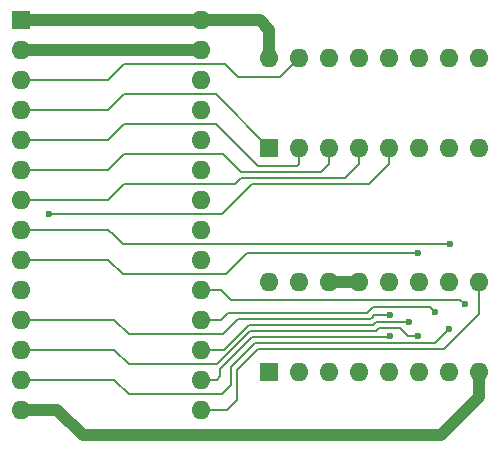
<source format=gbr>
%TF.GenerationSoftware,KiCad,Pcbnew,9.0.4*%
%TF.CreationDate,2025-12-25T18:25:57-05:00*%
%TF.ProjectId,DonkeyKongCPUPromReplacement,446f6e6b-6579-44b6-9f6e-674350555072,rev?*%
%TF.SameCoordinates,Original*%
%TF.FileFunction,Copper,L1,Top*%
%TF.FilePolarity,Positive*%
%FSLAX46Y46*%
G04 Gerber Fmt 4.6, Leading zero omitted, Abs format (unit mm)*
G04 Created by KiCad (PCBNEW 9.0.4) date 2025-12-25 18:25:57*
%MOMM*%
%LPD*%
G01*
G04 APERTURE LIST*
%TA.AperFunction,ComponentPad*%
%ADD10R,1.600000X1.600000*%
%TD*%
%TA.AperFunction,ComponentPad*%
%ADD11O,1.600000X1.600000*%
%TD*%
%TA.AperFunction,ViaPad*%
%ADD12C,0.600000*%
%TD*%
%TA.AperFunction,Conductor*%
%ADD13C,1.000000*%
%TD*%
%TA.AperFunction,Conductor*%
%ADD14C,0.200000*%
%TD*%
G04 APERTURE END LIST*
D10*
%TO.P,J1,1,Pin_1*%
%TO.N,unconnected-(J1-Pin_1-Pad1)*%
X50000000Y-69000000D03*
D11*
%TO.P,J1,2,Pin_2*%
%TO.N,unconnected-(J1-Pin_2-Pad2)*%
X52540000Y-69000000D03*
%TO.P,J1,3,Pin_3*%
%TO.N,unconnected-(J1-Pin_3-Pad3)*%
X55080000Y-69000000D03*
%TO.P,J1,4,Pin_4*%
%TO.N,unconnected-(J1-Pin_4-Pad4)*%
X57620000Y-69000000D03*
%TO.P,J1,5,Pin_5*%
%TO.N,unconnected-(J1-Pin_5-Pad5)*%
X60160000Y-69000000D03*
%TO.P,J1,6,Pin_6*%
%TO.N,unconnected-(J1-Pin_6-Pad6)*%
X62700000Y-69000000D03*
%TO.P,J1,7,Pin_7*%
%TO.N,unconnected-(J1-Pin_7-Pad7)*%
X65240000Y-69000000D03*
%TO.P,J1,8,Pin_8*%
%TO.N,GND*%
X67780000Y-69000000D03*
%TO.P,J1,9,Pin_9*%
%TO.N,2E_D3*%
X67780000Y-61380000D03*
%TO.P,J1,10,Pin_10*%
%TO.N,2E_D2*%
X65240000Y-61380000D03*
%TO.P,J1,11,Pin_11*%
%TO.N,2E_D1*%
X62700000Y-61380000D03*
%TO.P,J1,12,Pin_12*%
%TO.N,2E_D0*%
X60160000Y-61380000D03*
%TO.P,J1,13,Pin_13*%
%TO.N,CS*%
X57620000Y-61380000D03*
%TO.P,J1,14,Pin_14*%
X55080000Y-61380000D03*
%TO.P,J1,15,Pin_15*%
%TO.N,unconnected-(J1-Pin_15-Pad15)*%
X52540000Y-61380000D03*
%TO.P,J1,16,Pin_16*%
%TO.N,unconnected-(J1-Pin_16-Pad16)*%
X50000000Y-61380000D03*
%TD*%
D10*
%TO.P,U1,1,VPP*%
%TO.N,+5V*%
X29000000Y-39170000D03*
D11*
%TO.P,U1,2,A12*%
%TO.N,GND*%
X29000000Y-41710000D03*
%TO.P,U1,3,A7*%
%TO.N,A7*%
X29000000Y-44250000D03*
%TO.P,U1,4,A6*%
%TO.N,A6*%
X29000000Y-46790000D03*
%TO.P,U1,5,A5*%
%TO.N,A5*%
X29000000Y-49330000D03*
%TO.P,U1,6,A4*%
%TO.N,A4*%
X29000000Y-51870000D03*
%TO.P,U1,7,A3*%
%TO.N,A3*%
X29000000Y-54410000D03*
%TO.P,U1,8,A2*%
%TO.N,A2*%
X29000000Y-56950000D03*
%TO.P,U1,9,A1*%
%TO.N,A1*%
X29000000Y-59490000D03*
%TO.P,U1,10,A0*%
%TO.N,A0*%
X29000000Y-62030000D03*
%TO.P,U1,11,D0*%
%TO.N,2E_D0*%
X29000000Y-64570000D03*
%TO.P,U1,12,D1*%
%TO.N,2E_D1*%
X29000000Y-67110000D03*
%TO.P,U1,13,D2*%
%TO.N,2E_D2*%
X29000000Y-69650000D03*
%TO.P,U1,14,GND*%
%TO.N,GND*%
X29000000Y-72190000D03*
%TO.P,U1,15,D3*%
%TO.N,2E_D3*%
X44240000Y-72190000D03*
%TO.P,U1,16,D4*%
%TO.N,2F_D0*%
X44240000Y-69650000D03*
%TO.P,U1,17,D5*%
%TO.N,2F_D1*%
X44240000Y-67110000D03*
%TO.P,U1,18,D6*%
%TO.N,2F_D2*%
X44240000Y-64570000D03*
%TO.P,U1,19,D7*%
%TO.N,2F_D3*%
X44240000Y-62030000D03*
%TO.P,U1,20,~{CE}*%
%TO.N,CS*%
X44240000Y-59490000D03*
%TO.P,U1,21,A10*%
%TO.N,GND*%
X44240000Y-56950000D03*
%TO.P,U1,22,~{OE}*%
%TO.N,CS*%
X44240000Y-54410000D03*
%TO.P,U1,23,A11*%
%TO.N,GND*%
X44240000Y-51870000D03*
%TO.P,U1,24,A9*%
X44240000Y-49330000D03*
%TO.P,U1,25,A8*%
X44240000Y-46790000D03*
%TO.P,U1,26,A13*%
X44240000Y-44250000D03*
%TO.P,U1,27,A14*%
X44240000Y-41710000D03*
%TO.P,U1,28,VCC*%
%TO.N,+5V*%
X44240000Y-39170000D03*
%TD*%
D10*
%TO.P,J2,1,Pin_1*%
%TO.N,A6*%
X50000000Y-50000000D03*
D11*
%TO.P,J2,2,Pin_2*%
%TO.N,A5*%
X52540000Y-50000000D03*
%TO.P,J2,3,Pin_3*%
%TO.N,A4*%
X55080000Y-50000000D03*
%TO.P,J2,4,Pin_4*%
%TO.N,A3*%
X57620000Y-50000000D03*
%TO.P,J2,5,Pin_5*%
%TO.N,A0*%
X60160000Y-50000000D03*
%TO.P,J2,6,Pin_6*%
%TO.N,A1*%
X62700000Y-50000000D03*
%TO.P,J2,7,Pin_7*%
%TO.N,A2*%
X65240000Y-50000000D03*
%TO.P,J2,8,Pin_8*%
%TO.N,unconnected-(J2-Pin_8-Pad8)*%
X67780000Y-50000000D03*
%TO.P,J2,9,Pin_9*%
%TO.N,2F_D3*%
X67780000Y-42380000D03*
%TO.P,J2,10,Pin_10*%
%TO.N,2F_D2*%
X65240000Y-42380000D03*
%TO.P,J2,11,Pin_11*%
%TO.N,2F_D1*%
X62700000Y-42380000D03*
%TO.P,J2,12,Pin_12*%
%TO.N,2F_D0*%
X60160000Y-42380000D03*
%TO.P,J2,13,Pin_13*%
%TO.N,unconnected-(J2-Pin_13-Pad13)*%
X57620000Y-42380000D03*
%TO.P,J2,14,Pin_14*%
%TO.N,unconnected-(J2-Pin_14-Pad14)*%
X55080000Y-42380000D03*
%TO.P,J2,15,Pin_15*%
%TO.N,A7*%
X52540000Y-42380000D03*
%TO.P,J2,16,Pin_16*%
%TO.N,+5V*%
X50000000Y-42380000D03*
%TD*%
D12*
%TO.N,2E_D0*%
X60198000Y-64170000D03*
%TO.N,2E_D1*%
X62611000Y-65913000D03*
%TO.N,2E_D2*%
X65240000Y-65316000D03*
%TO.N,2F_D2*%
X64008000Y-63881000D03*
%TO.N,A1*%
X62611000Y-58928000D03*
%TO.N,A0*%
X31369000Y-55626000D03*
%TO.N,2F_D0*%
X60198000Y-65948000D03*
%TO.N,2F_D1*%
X61849000Y-64770000D03*
%TO.N,2F_D3*%
X66548000Y-63246000D03*
%TO.N,A2*%
X65278000Y-58166000D03*
%TD*%
D13*
%TO.N,GND*%
X34200000Y-74340000D02*
X32050000Y-72190000D01*
X32050000Y-72190000D02*
X29000000Y-72190000D01*
X67780000Y-69000000D02*
X67780000Y-71070000D01*
X64510000Y-74340000D02*
X34200000Y-74340000D01*
X67780000Y-71070000D02*
X64510000Y-74340000D01*
X44240000Y-41710000D02*
X29000000Y-41710000D01*
%TO.N,CS*%
X57620000Y-61380000D02*
X55080000Y-61380000D01*
D14*
%TO.N,2E_D3*%
X64770000Y-67056000D02*
X67780000Y-64046000D01*
X47244000Y-71374000D02*
X47244000Y-68834000D01*
X44240000Y-72190000D02*
X46428000Y-72190000D01*
X67780000Y-64046000D02*
X67780000Y-61380000D01*
X49022000Y-67056000D02*
X64770000Y-67056000D01*
X47244000Y-68834000D02*
X49022000Y-67056000D01*
X46428000Y-72190000D02*
X47244000Y-71374000D01*
%TO.N,2E_D0*%
X46101000Y-65786000D02*
X46609000Y-65278000D01*
X58547000Y-64516000D02*
X58674000Y-64389000D01*
X58893000Y-64170000D02*
X60198000Y-64170000D01*
X36884000Y-64570000D02*
X29000000Y-64570000D01*
X38100000Y-65786000D02*
X36884000Y-64570000D01*
X58674000Y-64389000D02*
X58893000Y-64170000D01*
X38100000Y-65786000D02*
X46101000Y-65786000D01*
X49530000Y-64516000D02*
X58547000Y-64516000D01*
X47371000Y-64516000D02*
X49530000Y-64516000D01*
X46609000Y-65278000D02*
X47371000Y-64516000D01*
%TO.N,2E_D1*%
X45593000Y-68326000D02*
X38100000Y-68326000D01*
X59055000Y-65532000D02*
X48387000Y-65532000D01*
X61087000Y-65278000D02*
X59309000Y-65278000D01*
X59309000Y-65278000D02*
X59055000Y-65532000D01*
X38100000Y-68326000D02*
X36884000Y-67110000D01*
X62611000Y-65913000D02*
X61722000Y-65913000D01*
X48387000Y-65532000D02*
X45593000Y-68326000D01*
X36884000Y-67110000D02*
X29000000Y-67110000D01*
X61722000Y-65913000D02*
X61087000Y-65278000D01*
%TO.N,2E_D2*%
X65240000Y-65316000D02*
X64008000Y-66548000D01*
X45974000Y-70866000D02*
X38100000Y-70866000D01*
X64008000Y-66548000D02*
X48768000Y-66548000D01*
X46736000Y-68580000D02*
X46736000Y-70104000D01*
X48768000Y-66548000D02*
X46736000Y-68580000D01*
X36884000Y-69650000D02*
X29000000Y-69650000D01*
X38100000Y-70866000D02*
X36884000Y-69650000D01*
X46736000Y-70104000D02*
X45974000Y-70866000D01*
%TO.N,2F_D2*%
X63627000Y-63500000D02*
X64008000Y-63881000D01*
X46482000Y-64008000D02*
X48387000Y-64008000D01*
X48387000Y-64008000D02*
X58293000Y-64008000D01*
X44240000Y-64570000D02*
X45920000Y-64570000D01*
X45920000Y-64570000D02*
X46228000Y-64262000D01*
X46228000Y-64262000D02*
X46482000Y-64008000D01*
X58547000Y-63754000D02*
X58801000Y-63500000D01*
X58293000Y-64008000D02*
X58547000Y-63754000D01*
X58801000Y-63500000D02*
X60579000Y-63500000D01*
X60579000Y-63500000D02*
X63627000Y-63500000D01*
%TO.N,A1*%
X37592000Y-60706000D02*
X46355000Y-60706000D01*
X48133000Y-58928000D02*
X62611000Y-58928000D01*
X29000000Y-59490000D02*
X36376000Y-59490000D01*
X46355000Y-60706000D02*
X48133000Y-58928000D01*
X36376000Y-59490000D02*
X37592000Y-60706000D01*
%TO.N,A0*%
X46228000Y-55372000D02*
X45974000Y-55626000D01*
X58801000Y-52705000D02*
X58420000Y-53086000D01*
X55880000Y-53086000D02*
X48514000Y-53086000D01*
X48514000Y-53086000D02*
X46228000Y-55372000D01*
X43815000Y-55626000D02*
X31369000Y-55626000D01*
X58420000Y-53086000D02*
X55880000Y-53086000D01*
X60160000Y-50000000D02*
X60160000Y-51346000D01*
X45974000Y-55626000D02*
X43815000Y-55626000D01*
X60160000Y-51346000D02*
X58801000Y-52705000D01*
D13*
%TO.N,+5V*%
X50000000Y-42380000D02*
X50000000Y-40000000D01*
X49170000Y-39170000D02*
X44240000Y-39170000D01*
X50000000Y-40000000D02*
X49170000Y-39170000D01*
X44240000Y-39170000D02*
X29000000Y-39170000D01*
D14*
%TO.N,A5*%
X49022000Y-51562000D02*
X45466000Y-48006000D01*
X45466000Y-48006000D02*
X37700000Y-48006000D01*
X52324000Y-51562000D02*
X49022000Y-51562000D01*
X36376000Y-49330000D02*
X29000000Y-49330000D01*
X37700000Y-48006000D02*
X36376000Y-49330000D01*
X52540000Y-50000000D02*
X52540000Y-51346000D01*
X52540000Y-51346000D02*
X52324000Y-51562000D01*
%TO.N,2F_D0*%
X48514000Y-66040000D02*
X60198000Y-66040000D01*
X44240000Y-69650000D02*
X45539000Y-69650000D01*
X45847000Y-68707000D02*
X48514000Y-66040000D01*
X45847000Y-69342000D02*
X45847000Y-68707000D01*
X45539000Y-69650000D02*
X45847000Y-69342000D01*
X60198000Y-66040000D02*
X60198000Y-65948000D01*
%TO.N,A7*%
X46228000Y-42926000D02*
X37700000Y-42926000D01*
X52540000Y-42380000D02*
X50889000Y-44031000D01*
X36376000Y-44250000D02*
X29000000Y-44250000D01*
X50889000Y-44031000D02*
X47333000Y-44031000D01*
X37700000Y-42926000D02*
X36376000Y-44250000D01*
X47333000Y-44031000D02*
X46228000Y-42926000D01*
%TO.N,2F_D1*%
X58801000Y-65024000D02*
X59055000Y-64770000D01*
X48260000Y-65024000D02*
X50165000Y-65024000D01*
X46863000Y-66421000D02*
X48260000Y-65024000D01*
X59055000Y-64770000D02*
X60579000Y-64770000D01*
X44240000Y-67110000D02*
X46174000Y-67110000D01*
X50165000Y-65024000D02*
X58801000Y-65024000D01*
X46174000Y-67110000D02*
X46863000Y-66421000D01*
X60579000Y-64770000D02*
X61849000Y-64770000D01*
%TO.N,A3*%
X57620000Y-50000000D02*
X57620000Y-51346000D01*
X36376000Y-54410000D02*
X29000000Y-54410000D01*
X37700000Y-53086000D02*
X36376000Y-54410000D01*
X57620000Y-51346000D02*
X56388000Y-52578000D01*
X47117000Y-53086000D02*
X37700000Y-53086000D01*
X56388000Y-52578000D02*
X47625000Y-52578000D01*
X47625000Y-52578000D02*
X47117000Y-53086000D01*
%TO.N,2F_D3*%
X46736000Y-62865000D02*
X56134000Y-62865000D01*
X56134000Y-62865000D02*
X66167000Y-62865000D01*
X46355000Y-62484000D02*
X46736000Y-62865000D01*
X44240000Y-62030000D02*
X45901000Y-62030000D01*
X66167000Y-62865000D02*
X66548000Y-63246000D01*
X45901000Y-62030000D02*
X46355000Y-62484000D01*
%TO.N,A6*%
X36376000Y-46790000D02*
X29000000Y-46790000D01*
X45466000Y-45466000D02*
X37700000Y-45466000D01*
X37700000Y-45466000D02*
X36376000Y-46790000D01*
X50000000Y-50000000D02*
X45466000Y-45466000D01*
%TO.N,A4*%
X47625000Y-52070000D02*
X46101000Y-50546000D01*
X37700000Y-50546000D02*
X36376000Y-51870000D01*
X46101000Y-50546000D02*
X37700000Y-50546000D01*
X54356000Y-52070000D02*
X47625000Y-52070000D01*
X55080000Y-51346000D02*
X54356000Y-52070000D01*
X55080000Y-50000000D02*
X55080000Y-51346000D01*
X36376000Y-51870000D02*
X29000000Y-51870000D01*
%TO.N,A2*%
X65240000Y-58128000D02*
X65278000Y-58166000D01*
X29000000Y-56950000D02*
X36376000Y-56950000D01*
X36376000Y-56950000D02*
X36830000Y-57404000D01*
X45466000Y-58166000D02*
X65278000Y-58166000D01*
X37592000Y-58166000D02*
X45720000Y-58166000D01*
X45720000Y-58166000D02*
X45466000Y-58166000D01*
X36830000Y-57404000D02*
X37592000Y-58166000D01*
%TD*%
M02*

</source>
